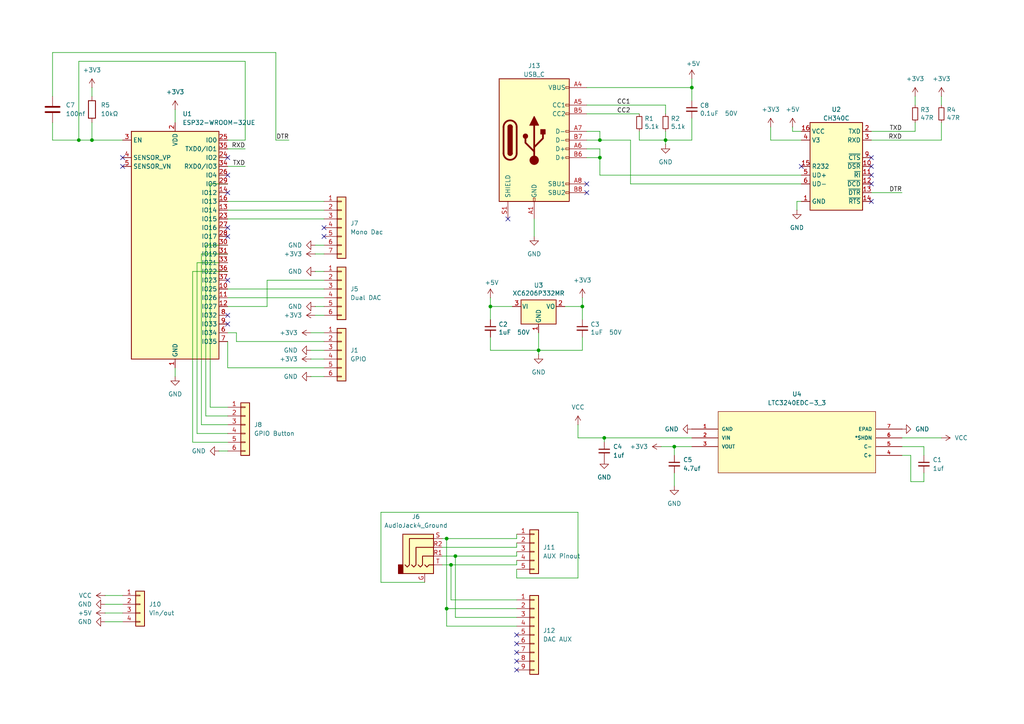
<source format=kicad_sch>
(kicad_sch (version 20250114) (generator "eeschema") (generator_version "9.0")
  (paper "A4")
  (title_block (title "CatPhones") (date "15.02.2026") (rev "3") (company ".FLX"))
  (lib_symbols
    (symbol "Connector:USB_C_Receptacle_USB2.0" (pin_names (offset 1.016))
      (property "Reference" "J" (at -10.16 19.05 0))
      (property "Value" "USB_C_Receptacle_USB2.0" (at 19.05 19.05 0))
      (symbol "USB_C_Receptacle_USB2.0_0_0"
        (rectangle (start -0.254 -17.78) (end 0.254 -16.764))
        (rectangle (start 10.16 15.494) (end 9.144 14.986))
        (rectangle (start 10.16 10.414) (end 9.144 9.906))
        (rectangle (start 10.16 7.874) (end 9.144 7.366))
        (rectangle (start 10.16 2.794) (end 9.144 2.286))
        (rectangle (start 10.16 0.254) (end 9.144 -0.254))
        (rectangle (start 10.16 -2.286) (end 9.144 -2.794))
        (rectangle (start 10.16 -4.826) (end 9.144 -5.334))
        (rectangle (start 10.16 -12.446) (end 9.144 -12.954))
        (rectangle (start 10.16 -14.986) (end 9.144 -15.494))
      )
      (symbol "USB_C_Receptacle_USB2.0_0_1"
        (rectangle (start -10.16 17.78) (end 10.16 -17.78) (stroke (width 0.254)) (fill (type background)))
        (polyline (pts (xy -8.89 -3.81) (xy -8.89 3.81)) (stroke (width 0.508)))
        (rectangle (start -7.62 -3.81) (end -6.35 3.81) (stroke (width 0.254)) (fill (type outline)))
        (arc (start -7.62 3.81) (mid -6.985 4.4422) (end -6.35 3.81) (stroke (width 0.254)))
        (arc (start -7.62 3.81) (mid -6.985 4.4422) (end -6.35 3.81) (stroke (width 0.254)) (fill (type outline)))
        (arc (start -8.89 3.81) (mid -6.985 5.7066) (end -5.08 3.81) (stroke (width 0.508)))
        (arc (start -5.08 -3.81) (mid -6.985 -5.7066) (end -8.89 -3.81) (stroke (width 0.508)))
        (arc (start -6.35 -3.81) (mid -6.985 -4.4422) (end -7.62 -3.81) (stroke (width 0.254)))
        (arc (start -6.35 -3.81) (mid -6.985 -4.4422) (end -7.62 -3.81) (stroke (width 0.254)) (fill (type outline)))
        (polyline (pts (xy -5.08 3.81) (xy -5.08 -3.81)) (stroke (width 0.508)))
        (circle (center -2.54 1.143) (radius 0.635) (stroke (width 0.254)) (fill (type outline)))
        (polyline (pts (xy -1.27 4.318) (xy 0 6.858) (xy 1.27 4.318) (xy -1.27 4.318)) (stroke (width 0.254)) (fill (type outline)))
        (polyline (pts (xy 0 -2.032) (xy 2.54 0.508) (xy 2.54 1.778)) (stroke (width 0.508)))
        (polyline (pts (xy 0 -3.302) (xy -2.54 -0.762) (xy -2.54 0.508)) (stroke (width 0.508)))
        (polyline (pts (xy 0 -5.842) (xy 0 4.318)) (stroke (width 0.508)))
        (circle (center 0 -5.842) (radius 1.27) (fill (type outline)))
        (rectangle (start 1.905 1.778) (end 3.175 3.048) (stroke (width 0.254)) (fill (type outline)))
      )
      (symbol "USB_C_Receptacle_USB2.0_1_1"
        (pin passive line (at -7.62 -22.86 90) (length 5.08) (name "SHIELD") (number "S1"))
        (pin passive line (at 0 -22.86 90) (length 5.08) (name "GND") (number "A1"))
        (pin passive line (at 0 -22.86 90) (length 5.08) (hide yes) (name "GND") (number "A12"))
        (pin passive line (at 0 -22.86 90) (length 5.08) (hide yes) (name "GND") (number "B1"))
        (pin passive line (at 0 -22.86 90) (length 5.08) (hide yes) (name "GND") (number "B12"))
        (pin passive line (at 15.24 15.24 180) (length 5.08) (name "VBUS") (number "A4"))
        (pin passive line (at 15.24 15.24 180) (length 5.08) (hide yes) (name "VBUS") (number "A9"))
        (pin passive line (at 15.24 15.24 180) (length 5.08) (hide yes) (name "VBUS") (number "B4"))
        (pin passive line (at 15.24 15.24 180) (length 5.08) (hide yes) (name "VBUS") (number "B9"))
        (pin bidirectional line (at 15.24 10.16 180) (length 5.08) (name "CC1") (number "A5"))
        (pin bidirectional line (at 15.24 7.62 180) (length 5.08) (name "CC2") (number "B5"))
        (pin bidirectional line (at 15.24 2.54 180) (length 5.08) (name "D-") (number "A7"))
        (pin bidirectional line (at 15.24 0 180) (length 5.08) (name "D-") (number "B7"))
        (pin bidirectional line (at 15.24 -2.54 180) (length 5.08) (name "D+") (number "A6"))
        (pin bidirectional line (at 15.24 -5.08 180) (length 5.08) (name "D+") (number "B6"))
        (pin bidirectional line (at 15.24 -12.7 180) (length 5.08) (name "SBU1") (number "A8"))
        (pin bidirectional line (at 15.24 -15.24 180) (length 5.08) (name "SBU2") (number "B8"))
      )
    )
    (symbol "Connector_Audio:AudioJack4_Ground"
      (property "Reference" "J" (at 0 8.89 0))
      (property "Value" "AudioJack4_Ground" (at 0 6.35 0))
      (symbol "AudioJack4_Ground_0_1"
        (rectangle (start -6.35 -7.62) (end -7.62 -5.08) (stroke (width 0.254)) (fill (type outline)))
        (polyline (pts (xy -5.715 -5.08) (xy -5.08 -5.715) (xy -4.445 -5.08) (xy -4.445 2.54) (xy 2.54 2.54)) (stroke (width 0.254)))
        (polyline (pts (xy -1.905 -5.08) (xy -1.27 -5.715) (xy -0.635 -5.08) (xy -0.635 -2.54) (xy 2.54 -2.54)) (stroke (width 0.254)))
        (polyline (pts (xy 0 -5.08) (xy 0.635 -5.715) (xy 1.27 -5.08) (xy 2.54 -5.08)) (stroke (width 0.254)))
        (rectangle (start 2.54 3.81) (end -6.35 -7.62) (stroke (width 0.254)) (fill (type background)))
        (polyline (pts (xy 2.54 0) (xy -2.54 0) (xy -2.54 -5.08) (xy -3.175 -5.715) (xy -3.81 -5.08)) (stroke (width 0.254)))
      )
      (symbol "AudioJack4_Ground_1_1"
        (pin passive line (at 0 -10.16 90) (length 2.54) (name "~") (number "G"))
        (pin passive line (at 5.08 2.54 180) (length 2.54) (name "~") (number "S"))
        (pin passive line (at 5.08 0 180) (length 2.54) (name "~") (number "R2"))
        (pin passive line (at 5.08 -2.54 180) (length 2.54) (name "~") (number "R1"))
        (pin passive line (at 5.08 -5.08 180) (length 2.54) (name "~") (number "T"))
      )
    )
    (symbol "Connector_Generic:Conn_01x04" (pin_names (offset 1.016) (hide yes))
      (property "Reference" "J" (at 0 5.08 0))
      (property "Value" "Conn_01x04" (at 0 -7.62 0))
      (symbol "Conn_01x04_1_1"
        (rectangle (start -1.27 3.81) (end 1.27 -6.35) (stroke (width 0.254)) (fill (type background)))
        (rectangle (start -1.27 2.667) (end 0 2.413) (stroke (width 0.1524)))
        (rectangle (start -1.27 0.127) (end 0 -0.127) (stroke (width 0.1524)))
        (rectangle (start -1.27 -2.413) (end 0 -2.667) (stroke (width 0.1524)))
        (rectangle (start -1.27 -4.953) (end 0 -5.207) (stroke (width 0.1524)))
        (pin passive line (at -5.08 2.54 0) (length 3.81) (name "Pin_1") (number "1"))
        (pin passive line (at -5.08 0 0) (length 3.81) (name "Pin_2") (number "2"))
        (pin passive line (at -5.08 -2.54 0) (length 3.81) (name "Pin_3") (number "3"))
        (pin passive line (at -5.08 -5.08 0) (length 3.81) (name "Pin_4") (number "4"))
      )
    )
    (symbol "Connector_Generic:Conn_01x05" (pin_names (offset 1.016) (hide yes))
      (property "Reference" "J" (at 0 7.62 0))
      (property "Value" "Conn_01x05" (at 0 -7.62 0))
      (symbol "Conn_01x05_1_1"
        (rectangle (start -1.27 6.35) (end 1.27 -6.35) (stroke (width 0.254)) (fill (type background)))
        (rectangle (start -1.27 5.207) (end 0 4.953) (stroke (width 0.1524)))
        (rectangle (start -1.27 2.667) (end 0 2.413) (stroke (width 0.1524)))
        (rectangle (start -1.27 0.127) (end 0 -0.127) (stroke (width 0.1524)))
        (rectangle (start -1.27 -2.413) (end 0 -2.667) (stroke (width 0.1524)))
        (rectangle (start -1.27 -4.953) (end 0 -5.207) (stroke (width 0.1524)))
        (pin passive line (at -5.08 5.08 0) (length 3.81) (name "Pin_1") (number "1"))
        (pin passive line (at -5.08 2.54 0) (length 3.81) (name "Pin_2") (number "2"))
        (pin passive line (at -5.08 0 0) (length 3.81) (name "Pin_3") (number "3"))
        (pin passive line (at -5.08 -2.54 0) (length 3.81) (name "Pin_4") (number "4"))
        (pin passive line (at -5.08 -5.08 0) (length 3.81) (name "Pin_5") (number "5"))
      )
    )
    (symbol "Connector_Generic:Conn_01x06" (pin_names (offset 1.016) (hide yes))
      (property "Reference" "J" (at 0 7.62 0))
      (property "Value" "Conn_01x06" (at 0 -10.16 0))
      (symbol "Conn_01x06_1_1"
        (rectangle (start -1.27 6.35) (end 1.27 -8.89) (stroke (width 0.254)) (fill (type background)))
        (rectangle (start -1.27 5.207) (end 0 4.953) (stroke (width 0.1524)))
        (rectangle (start -1.27 2.667) (end 0 2.413) (stroke (width 0.1524)))
        (rectangle (start -1.27 0.127) (end 0 -0.127) (stroke (width 0.1524)))
        (rectangle (start -1.27 -2.413) (end 0 -2.667) (stroke (width 0.1524)))
        (rectangle (start -1.27 -4.953) (end 0 -5.207) (stroke (width 0.1524)))
        (rectangle (start -1.27 -7.493) (end 0 -7.747) (stroke (width 0.1524)))
        (pin passive line (at -5.08 5.08 0) (length 3.81) (name "Pin_1") (number "1"))
        (pin passive line (at -5.08 2.54 0) (length 3.81) (name "Pin_2") (number "2"))
        (pin passive line (at -5.08 0 0) (length 3.81) (name "Pin_3") (number "3"))
        (pin passive line (at -5.08 -2.54 0) (length 3.81) (name "Pin_4") (number "4"))
        (pin passive line (at -5.08 -5.08 0) (length 3.81) (name "Pin_5") (number "5"))
        (pin passive line (at -5.08 -7.62 0) (length 3.81) (name "Pin_6") (number "6"))
      )
    )
    (symbol "Connector_Generic:Conn_01x07" (pin_names (offset 1.016) (hide yes))
      (property "Reference" "J" (at 0 10.16 0))
      (property "Value" "Conn_01x07" (at 0 -10.16 0))
      (symbol "Conn_01x07_1_1"
        (rectangle (start -1.27 8.89) (end 1.27 -8.89) (stroke (width 0.254)) (fill (type background)))
        (rectangle (start -1.27 7.747) (end 0 7.493) (stroke (width 0.1524)))
        (rectangle (start -1.27 5.207) (end 0 4.953) (stroke (width 0.1524)))
        (rectangle (start -1.27 2.667) (end 0 2.413) (stroke (width 0.1524)))
        (rectangle (start -1.27 0.127) (end 0 -0.127) (stroke (width 0.1524)))
        (rectangle (start -1.27 -2.413) (end 0 -2.667) (stroke (width 0.1524)))
        (rectangle (start -1.27 -4.953) (end 0 -5.207) (stroke (width 0.1524)))
        (rectangle (start -1.27 -7.493) (end 0 -7.747) (stroke (width 0.1524)))
        (pin passive line (at -5.08 7.62 0) (length 3.81) (name "Pin_1") (number "1"))
        (pin passive line (at -5.08 5.08 0) (length 3.81) (name "Pin_2") (number "2"))
        (pin passive line (at -5.08 2.54 0) (length 3.81) (name "Pin_3") (number "3"))
        (pin passive line (at -5.08 0 0) (length 3.81) (name "Pin_4") (number "4"))
        (pin passive line (at -5.08 -2.54 0) (length 3.81) (name "Pin_5") (number "5"))
        (pin passive line (at -5.08 -5.08 0) (length 3.81) (name "Pin_6") (number "6"))
        (pin passive line (at -5.08 -7.62 0) (length 3.81) (name "Pin_7") (number "7"))
      )
    )
    (symbol "Connector_Generic:Conn_01x09" (pin_names (offset 1.016) (hide yes))
      (property "Reference" "J" (at 0 12.7 0))
      (property "Value" "Conn_01x09" (at 0 -12.7 0))
      (symbol "Conn_01x09_1_1"
        (rectangle (start -1.27 11.43) (end 1.27 -11.43) (stroke (width 0.254)) (fill (type background)))
        (rectangle (start -1.27 10.287) (end 0 10.033) (stroke (width 0.1524)))
        (rectangle (start -1.27 7.747) (end 0 7.493) (stroke (width 0.1524)))
        (rectangle (start -1.27 5.207) (end 0 4.953) (stroke (width 0.1524)))
        (rectangle (start -1.27 2.667) (end 0 2.413) (stroke (width 0.1524)))
        (rectangle (start -1.27 0.127) (end 0 -0.127) (stroke (width 0.1524)))
        (rectangle (start -1.27 -2.413) (end 0 -2.667) (stroke (width 0.1524)))
        (rectangle (start -1.27 -4.953) (end 0 -5.207) (stroke (width 0.1524)))
        (rectangle (start -1.27 -7.493) (end 0 -7.747) (stroke (width 0.1524)))
        (rectangle (start -1.27 -10.033) (end 0 -10.287) (stroke (width 0.1524)))
        (pin passive line (at -5.08 10.16 0) (length 3.81) (name "Pin_1") (number "1"))
        (pin passive line (at -5.08 7.62 0) (length 3.81) (name "Pin_2") (number "2"))
        (pin passive line (at -5.08 5.08 0) (length 3.81) (name "Pin_3") (number "3"))
        (pin passive line (at -5.08 2.54 0) (length 3.81) (name "Pin_4") (number "4"))
        (pin passive line (at -5.08 0 0) (length 3.81) (name "Pin_5") (number "5"))
        (pin passive line (at -5.08 -2.54 0) (length 3.81) (name "Pin_6") (number "6"))
        (pin passive line (at -5.08 -5.08 0) (length 3.81) (name "Pin_7") (number "7"))
        (pin passive line (at -5.08 -7.62 0) (length 3.81) (name "Pin_8") (number "8"))
        (pin passive line (at -5.08 -10.16 0) (length 3.81) (name "Pin_9") (number "9"))
      )
    )
    (symbol "Device:C" (pin_numbers (hide yes)) (pin_names (offset 0.254))
      (property "Reference" "C" (at 0.635 2.54 0))
      (property "Value" "C" (at 0.635 -2.54 0))
      (symbol "C_0_1"
        (polyline (pts (xy -2.032 0.762) (xy 2.032 0.762)) (stroke (width 0.508)))
        (polyline (pts (xy -2.032 -0.762) (xy 2.032 -0.762)) (stroke (width 0.508)))
      )
      (symbol "C_1_1"
        (pin passive line (at 0 3.81 270) (length 2.794) (name "~") (number "1"))
        (pin passive line (at 0 -3.81 90) (length 2.794) (name "~") (number "2"))
      )
    )
    (symbol "Device:C_Small" (pin_numbers (hide yes)) (pin_names (offset 0.254) (hide yes))
      (property "Reference" "C" (at 0.254 1.778 0))
      (property "Value" "C_Small" (at 0.254 -2.032 0))
      (symbol "C_Small_0_1"
        (polyline (pts (xy -1.524 0.508) (xy 1.524 0.508)) (stroke (width 0.3048)))
        (polyline (pts (xy -1.524 -0.508) (xy 1.524 -0.508)) (stroke (width 0.3302)))
      )
      (symbol "C_Small_1_1"
        (pin passive line (at 0 2.54 270) (length 2.032) (name "~") (number "1"))
        (pin passive line (at 0 -2.54 90) (length 2.032) (name "~") (number "2"))
      )
    )
    (symbol "Device:R" (pin_numbers (hide yes)) (pin_names (offset 0))
      (property "Reference" "R" (at 2.032 0 90))
      (property "Value" "R" (at 0 0 90))
      (symbol "R_0_1"
        (rectangle (start -1.016 -2.54) (end 1.016 2.54) (stroke (width 0.254)))
      )
      (symbol "R_1_1"
        (pin passive line (at 0 3.81 270) (length 1.27) (name "~") (number "1"))
        (pin passive line (at 0 -3.81 90) (length 1.27) (name "~") (number "2"))
      )
    )
    (symbol "Device:R_Small" (pin_numbers (hide yes)) (pin_names (offset 0.254) (hide yes))
      (property "Reference" "R" (at 0.762 0.508 0))
      (property "Value" "R_Small" (at 0.762 -1.016 0))
      (symbol "R_Small_0_1"
        (rectangle (start -0.762 1.778) (end 0.762 -1.778) (stroke (width 0.2032)))
      )
      (symbol "R_Small_1_1"
        (pin passive line (at 0 2.54 270) (length 0.762) (name "~") (number "1"))
        (pin passive line (at 0 -2.54 90) (length 0.762) (name "~") (number "2"))
      )
    )
    (symbol "LTC3240:LTC3240EDC-3_3" (pin_names (offset 1.016))
      (property "Reference" "U" (at 25.7556 9.1186 0))
      (property "Value" "LTC3240EDC-3_3" (at 25.1206 6.5786 0))
      (symbol "LTC3240EDC-3_3_0_0"
        (rectangle (start 7.62 -12.7) (end 53.34 5.08) (stroke (width 0.1524)) (fill (type background)))
        (pin power_in line (at 0 0 0) (length 7.62) (name "GND") (number "1"))
        (pin input line (at 0 -2.54 0) (length 7.62) (name "VIN") (number "2"))
        (pin output line (at 0 -5.08 0) (length 7.62) (name "VOUT") (number "3"))
        (pin passive line (at 60.96 0 180) (length 7.62) (name "EPAD") (number "7"))
        (pin input line (at 60.96 -2.54 180) (length 7.62) (name "*SHDN") (number "6"))
        (pin passive line (at 60.96 -5.08 180) (length 7.62) (name "C-") (number "5"))
        (pin passive line (at 60.96 -7.62 180) (length 7.62) (name "C+") (number "4"))
      )
    )
    (symbol "RF_Module:ESP32-WROOM-32UE"
      (property "Reference" "U" (at -12.7 34.29 0))
      (property "Value" "ESP32-WROOM-32UE" (at 1.27 34.29 0))
      (symbol "ESP32-WROOM-32UE_0_1"
        (rectangle (start -12.7 33.02) (end 12.7 -33.02) (stroke (width 0.254)) (fill (type background)))
      )
      (symbol "ESP32-WROOM-32UE_1_1"
        (pin input line (at -15.24 30.48 0) (length 2.54) (name "EN") (number "3"))
        (pin input line (at -15.24 25.4 0) (length 2.54) (name "SENSOR_VP") (number "4"))
        (pin input line (at -15.24 22.86 0) (length 2.54) (name "SENSOR_VN") (number "5"))
        (pin no_connect line (at -12.7 0 0) (length 2.54) (hide yes) (name "NC") (number "21"))
        (pin no_connect line (at -12.7 -2.54 0) (length 2.54) (hide yes) (name "NC") (number "22"))
        (pin no_connect line (at -12.7 -5.08 0) (length 2.54) (hide yes) (name "NC") (number "17"))
        (pin no_connect line (at -12.7 -7.62 0) (length 2.54) (hide yes) (name "NC") (number "18"))
        (pin no_connect line (at -12.7 -10.16 0) (length 2.54) (hide yes) (name "NC") (number "20"))
        (pin no_connect line (at -12.7 -12.7 0) (length 2.54) (hide yes) (name "NC") (number "19"))
        (pin no_connect line (at -12.7 -27.94 0) (length 2.54) (hide yes) (name "NC") (number "32"))
        (pin power_in line (at 0 35.56 270) (length 2.54) (name "VDD") (number "2"))
        (pin power_in line (at 0 -35.56 90) (length 2.54) (name "GND") (number "1"))
        (pin passive line (at 0 -35.56 90) (length 2.54) (hide yes) (name "GND") (number "15"))
        (pin passive line (at 0 -35.56 90) (length 2.54) (hide yes) (name "GND") (number "38"))
        (pin passive line (at 0 -35.56 90) (length 2.54) (hide yes) (name "GND") (number "39"))
        (pin bidirectional line (at 15.24 30.48 180) (length 2.54) (name "IO0") (number "25"))
        (pin bidirectional line (at 15.24 27.94 180) (length 2.54) (name "TXD0/IO1") (number "35"))
        (pin bidirectional line (at 15.24 25.4 180) (length 2.54) (name "IO2") (number "24"))
        (pin bidirectional line (at 15.24 22.86 180) (length 2.54) (name "RXD0/IO3") (number "34"))
        (pin bidirectional line (at 15.24 20.32 180) (length 2.54) (name "IO4") (number "26"))
        (pin bidirectional line (at 15.24 17.78 180) (length 2.54) (name "IO5") (number "29"))
        (pin bidirectional line (at 15.24 15.24 180) (length 2.54) (name "IO12") (number "14"))
        (pin bidirectional line (at 15.24 12.7 180) (length 2.54) (name "IO13") (number "16"))
        (pin bidirectional line (at 15.24 10.16 180) (length 2.54) (name "IO14") (number "13"))
        (pin bidirectional line (at 15.24 7.62 180) (length 2.54) (name "IO15") (number "23"))
        (pin bidirectional line (at 15.24 5.08 180) (length 2.54) (name "IO16") (number "27"))
        (pin bidirectional line (at 15.24 2.54 180) (length 2.54) (name "IO17") (number "28"))
        (pin bidirectional line (at 15.24 0 180) (length 2.54) (name "IO18") (number "30"))
        (pin bidirectional line (at 15.24 -2.54 180) (length 2.54) (name "IO19") (number "31"))
        (pin bidirectional line (at 15.24 -5.08 180) (length 2.54) (name "IO21") (number "33"))
        (pin bidirectional line (at 15.24 -7.62 180) (length 2.54) (name "IO22") (number "36"))
        (pin bidirectional line (at 15.24 -10.16 180) (length 2.54) (name "IO23") (number "37"))
        (pin bidirectional line (at 15.24 -12.7 180) (length 2.54) (name "IO25") (number "10"))
        (pin bidirectional line (at 15.24 -15.24 180) (length 2.54) (name "IO26") (number "11"))
        (pin bidirectional line (at 15.24 -17.78 180) (length 2.54) (name "IO27") (number "12"))
        (pin bidirectional line (at 15.24 -20.32 180) (length 2.54) (name "IO32") (number "8"))
        (pin bidirectional line (at 15.24 -22.86 180) (length 2.54) (name "IO33") (number "9"))
        (pin input line (at 15.24 -25.4 180) (length 2.54) (name "IO34") (number "6"))
        (pin input line (at 15.24 -27.94 180) (length 2.54) (name "IO35") (number "7"))
      )
    )
    (symbol "Regulator_Linear:XC6206PxxxMR" (pin_names (offset 0.254))
      (property "Reference" "U" (at -3.81 3.175 0))
      (property "Value" "XC6206PxxxMR" (at 0 3.175 0))
      (symbol "XC6206PxxxMR_0_1"
        (rectangle (start -5.08 1.905) (end 5.08 -5.08) (stroke (width 0.254)) (fill (type background)))
      )
      (symbol "XC6206PxxxMR_1_1"
        (pin power_in line (at -7.62 0 0) (length 2.54) (name "VI") (number "3"))
        (pin power_in line (at 0 -7.62 90) (length 2.54) (name "GND") (number "1"))
        (pin power_out line (at 7.62 0 180) (length 2.54) (name "VO") (number "2"))
      )
    )
    (symbol "USBCereal:CH340C"
      (property "Reference" "U" (at -5.08 13.97 0))
      (property "Value" "CH340C" (at 1.27 13.97 0))
      (symbol "CH340C_0_1"
        (rectangle (start -7.62 12.7) (end 7.62 -12.7) (stroke (width 0.254)) (fill (type background)))
      )
      (symbol "CH340C_1_1"
        (pin power_in line (at -10.16 10.16 0) (length 2.54) (name "VCC") (number "16"))
        (pin passive line (at -10.16 7.62 0) (length 2.54) (name "V3") (number "4"))
        (pin no_connect line (at -10.16 5.08 0) (length 2.54) (hide yes) (name "NC") (number "8"))
        (pin no_connect line (at -10.16 2.54 0) (length 2.54) (hide yes) (name "NC") (number "7"))
        (pin input line (at -10.16 0 0) (length 2.54) (name "R232") (number "15"))
        (pin bidirectional line (at -10.16 -2.54 0) (length 2.54) (name "UD+") (number "5"))
        (pin bidirectional line (at -10.16 -5.08 0) (length 2.54) (name "UD-") (number "6"))
        (pin power_in line (at -10.16 -10.16 0) (length 2.54) (name "GND") (number "1"))
        (pin output line (at 10.16 10.16 180) (length 2.54) (name "TXD") (number "2"))
        (pin input line (at 10.16 7.62 180) (length 2.54) (name "RXD") (number "3"))
        (pin input line (at 10.16 2.54 180) (length 2.54) (name "~{CTS}") (number "9"))
        (pin input line (at 10.16 0 180) (length 2.54) (name "~{DSR}") (number "10"))
        (pin input line (at 10.16 -2.54 180) (length 2.54) (name "~{RI}") (number "11"))
        (pin input line (at 10.16 -5.08 180) (length 2.54) (name "~{DCD}") (number "12"))
        (pin output line (at 10.16 -7.62 180) (length 2.54) (name "~{DTR}") (number "13"))
        (pin output line (at 10.16 -10.16 180) (length 2.54) (name "~{RTS}") (number "14"))
      )
    )
    (symbol "power:+3V3" (power) (pin_numbers (hide yes)) (pin_names (offset 0) (hide yes))
      (property "Value" "+3V3" (at 0 3.556 0))
      (symbol "+3V3_0_1"
        (polyline (pts (xy -0.762 1.27) (xy 0 2.54)))
        (polyline (pts (xy 0 2.54) (xy 0.762 1.27)))
        (polyline (pts (xy 0 0) (xy 0 2.54)))
      )
      (symbol "+3V3_1_1"
        (pin power_in line (at 0 0 90) (length 0) (name "~") (number "1"))
      )
    )
    (symbol "power:+5V" (power) (pin_numbers (hide yes)) (pin_names (offset 0) (hide yes))
      (property "Value" "+5V" (at 0 3.556 0))
      (symbol "+5V_0_1"
        (polyline (pts (xy -0.762 1.27) (xy 0 2.54)))
        (polyline (pts (xy 0 2.54) (xy 0.762 1.27)))
        (polyline (pts (xy 0 0) (xy 0 2.54)))
      )
      (symbol "+5V_1_1"
        (pin power_in line (at 0 0 90) (length 0) (name "~") (number "1"))
      )
    )
    (symbol "power:GND" (power) (pin_numbers (hide yes)) (pin_names (offset 0) (hide yes))
      (property "Value" "GND" (at 0 -3.81 0))
      (symbol "GND_0_1"
        (polyline (pts (xy 0 0) (xy 0 -1.27) (xy 1.27 -1.27) (xy 0 -2.54) (xy -1.27 -1.27) (xy 0 -1.27)))
      )
      (symbol "GND_1_1"
        (pin power_in line (at 0 0 270) (length 0) (name "~") (number "1"))
      )
    )
    (symbol "power:VCC" (power) (pin_numbers (hide yes)) (pin_names (offset 0) (hide yes))
      (property "Value" "VCC" (at 0 3.556 0))
      (symbol "VCC_0_1"
        (polyline (pts (xy -0.762 1.27) (xy 0 2.54)))
        (polyline (pts (xy 0 2.54) (xy 0.762 1.27)))
        (polyline (pts (xy 0 0) (xy 0 2.54)))
      )
      (symbol "VCC_1_1"
        (pin power_in line (at 0 0 90) (length 0) (name "~") (number "1"))
      )
    )
  )
  (junction (at 130.81 163.83))
  (junction (at 26.67 40.64))
  (junction (at 195.58 129.54))
  (junction (at 173.99 45.72))
  (junction (at 200.66 25.4))
  (junction (at 193.04 40.64))
  (junction (at 22.86 40.64))
  (junction (at 132.08 161.29))
  (junction (at 156.21 101.6))
  (junction (at 168.91 88.9))
  (junction (at 129.54 156.21))
  (junction (at 142.24 88.9))
  (junction (at 129.54 176.53))
  (junction (at 175.26 127))
  (junction (at 173.99 40.64))
  (no_connect (at 66.04 93.98))
  (no_connect (at 252.73 53.34))
  (no_connect (at 66.04 55.88))
  (no_connect (at 93.98 66.04))
  (no_connect (at 170.18 53.34))
  (no_connect (at 149.86 189.23))
  (no_connect (at 232.41 48.26))
  (no_connect (at 252.73 45.72))
  (no_connect (at 66.04 91.44))
  (no_connect (at 35.56 45.72))
  (no_connect (at 66.04 68.58))
  (no_connect (at 252.73 48.26))
  (no_connect (at 149.86 194.31))
  (no_connect (at 93.98 68.58))
  (no_connect (at 66.04 45.72))
  (no_connect (at 147.32 63.5))
  (no_connect (at 149.86 186.69))
  (no_connect (at 252.73 50.8))
  (no_connect (at 149.86 191.77))
  (no_connect (at 66.04 50.8))
  (no_connect (at 149.86 184.15))
  (no_connect (at 252.73 58.42))
  (no_connect (at 66.04 66.04))
  (no_connect (at 35.56 48.26))
  (no_connect (at 170.18 55.88))
  (no_connect (at 66.04 81.28))
  (wire (pts (xy 170.18 43.18) (xy 173.99 43.18)))
  (wire (pts (xy 149.86 167.64) (xy 167.64 167.64)))
  (wire (pts (xy 261.62 127) (xy 273.05 127)))
  (wire (pts (xy 167.64 167.64) (xy 167.64 148.59)))
  (wire (pts (xy 132.08 161.29) (xy 149.86 161.29)))
  (wire (pts (xy 149.86 156.21) (xy 149.86 154.94)))
  (wire (pts (xy 93.98 99.06) (xy 68.58 99.06)))
  (wire (pts (xy 163.83 88.9) (xy 168.91 88.9)))
  (wire (pts (xy 66.04 128.27) (xy 55.88 128.27)))
  (wire (pts (xy 66.04 83.82) (xy 93.98 83.82)))
  (wire (pts (xy 66.04 86.36) (xy 93.98 86.36)))
  (wire (pts (xy 267.97 129.54) (xy 267.97 132.08)))
  (wire (pts (xy 50.8 106.68) (xy 50.8 109.22)))
  (wire (pts (xy 129.54 176.53) (xy 149.86 176.53)))
  (wire (pts (xy 149.86 179.07) (xy 132.08 179.07)))
  (wire (pts (xy 110.49 148.59) (xy 110.49 168.91)))
  (wire (pts (xy 80.01 40.64) (xy 83.82 40.64)))
  (wire (pts (xy 90.17 96.52) (xy 93.98 96.52)))
  (wire (pts (xy 193.04 40.64) (xy 193.04 38.1)))
  (wire (pts (xy 77.47 81.28) (xy 77.47 88.9)))
  (wire (pts (xy 229.87 38.1) (xy 232.41 38.1)))
  (wire (pts (xy 267.97 139.7) (xy 264.16 139.7)))
  (wire (pts (xy 142.24 88.9) (xy 148.59 88.9)))
  (wire (pts (xy 170.18 25.4) (xy 200.66 25.4)))
  (wire (pts (xy 59.69 71.12) (xy 59.69 120.65)))
  (wire (pts (xy 129.54 156.21) (xy 129.54 176.53)))
  (wire (pts (xy 59.69 120.65) (xy 66.04 120.65)))
  (wire (pts (xy 142.24 97.79) (xy 142.24 101.6)))
  (wire (pts (xy 30.48 177.8) (xy 35.56 177.8)))
  (wire (pts (xy 110.49 168.91) (xy 123.19 168.91)))
  (wire (pts (xy 130.81 163.83) (xy 149.86 163.83)))
  (wire (pts (xy 149.86 163.83) (xy 149.86 162.56)))
  (wire (pts (xy 26.67 25.4) (xy 26.67 27.94)))
  (wire (pts (xy 30.48 175.26) (xy 35.56 175.26)))
  (wire (pts (xy 170.18 33.02) (xy 185.42 33.02)))
  (wire (pts (xy 193.04 30.48) (xy 170.18 30.48)))
  (wire (pts (xy 273.05 35.56) (xy 273.05 40.64)))
  (wire (pts (xy 22.86 17.78) (xy 71.12 17.78)))
  (wire (pts (xy 267.97 137.16) (xy 267.97 139.7)))
  (wire (pts (xy 231.14 60.96) (xy 231.14 58.42)))
  (wire (pts (xy 71.12 40.64) (xy 71.12 17.78)))
  (wire (pts (xy 66.04 88.9) (xy 77.47 88.9)))
  (wire (pts (xy 66.04 76.2) (xy 57.15 76.2)))
  (wire (pts (xy 22.86 40.64) (xy 26.67 40.64)))
  (wire (pts (xy 57.15 125.73) (xy 66.04 125.73)))
  (wire (pts (xy 128.27 156.21) (xy 129.54 156.21)))
  (wire (pts (xy 232.41 40.64) (xy 223.52 40.64)))
  (wire (pts (xy 66.04 53.34) (xy 60.96 53.34)))
  (wire (pts (xy 149.86 167.64) (xy 149.86 165.1)))
  (wire (pts (xy 66.04 43.18) (xy 71.12 43.18)))
  (wire (pts (xy 128.27 161.29) (xy 132.08 161.29)))
  (wire (pts (xy 132.08 161.29) (xy 132.08 179.07)))
  (wire (pts (xy 193.04 40.64) (xy 185.42 40.64)))
  (wire (pts (xy 191.77 129.54) (xy 195.58 129.54)))
  (wire (pts (xy 185.42 38.1) (xy 185.42 40.64)))
  (wire (pts (xy 168.91 101.6) (xy 168.91 97.79)))
  (wire (pts (xy 149.86 173.99) (xy 130.81 173.99)))
  (wire (pts (xy 173.99 50.8) (xy 232.41 50.8)))
  (wire (pts (xy 58.42 123.19) (xy 58.42 73.66)))
  (wire (pts (xy 142.24 88.9) (xy 142.24 92.71)))
  (wire (pts (xy 26.67 40.64) (xy 35.56 40.64)))
  (wire (pts (xy 252.73 40.64) (xy 273.05 40.64)))
  (wire (pts (xy 15.24 35.56) (xy 15.24 40.64)))
  (wire (pts (xy 200.66 40.64) (xy 193.04 40.64)))
  (wire (pts (xy 142.24 86.36) (xy 142.24 88.9)))
  (wire (pts (xy 66.04 58.42) (xy 93.98 58.42)))
  (wire (pts (xy 93.98 81.28) (xy 77.47 81.28)))
  (wire (pts (xy 66.04 106.68) (xy 66.04 99.06)))
  (wire (pts (xy 229.87 36.83) (xy 229.87 38.1)))
  (wire (pts (xy 154.94 63.5) (xy 154.94 68.58)))
  (wire (pts (xy 60.96 53.34) (xy 60.96 118.11)))
  (wire (pts (xy 167.64 123.19) (xy 167.64 127)))
  (wire (pts (xy 130.81 173.99) (xy 130.81 163.83)))
  (wire (pts (xy 175.26 127) (xy 175.26 128.27)))
  (wire (pts (xy 90.17 109.22) (xy 93.98 109.22)))
  (wire (pts (xy 55.88 128.27) (xy 55.88 78.74)))
  (wire (pts (xy 195.58 129.54) (xy 200.66 129.54)))
  (wire (pts (xy 30.48 172.72) (xy 35.56 172.72)))
  (wire (pts (xy 193.04 40.64) (xy 193.04 41.91)))
  (wire (pts (xy 66.04 123.19) (xy 58.42 123.19)))
  (wire (pts (xy 252.73 38.1) (xy 265.43 38.1)))
  (wire (pts (xy 156.21 101.6) (xy 168.91 101.6)))
  (wire (pts (xy 80.01 40.64) (xy 80.01 15.24)))
  (wire (pts (xy 66.04 40.64) (xy 71.12 40.64)))
  (wire (pts (xy 173.99 43.18) (xy 173.99 45.72)))
  (wire (pts (xy 182.88 40.64) (xy 182.88 53.34)))
  (wire (pts (xy 22.86 40.64) (xy 22.86 17.78)))
  (wire (pts (xy 156.21 96.52) (xy 156.21 101.6)))
  (wire (pts (xy 265.43 35.56) (xy 265.43 38.1)))
  (wire (pts (xy 91.44 78.74) (xy 93.98 78.74)))
  (wire (pts (xy 15.24 15.24) (xy 80.01 15.24)))
  (wire (pts (xy 261.62 129.54) (xy 267.97 129.54)))
  (wire (pts (xy 173.99 38.1) (xy 173.99 40.64)))
  (wire (pts (xy 50.8 31.75) (xy 50.8 35.56)))
  (wire (pts (xy 193.04 30.48) (xy 193.04 33.02)))
  (wire (pts (xy 68.58 99.06) (xy 68.58 96.52)))
  (wire (pts (xy 168.91 88.9) (xy 168.91 92.71)))
  (wire (pts (xy 156.21 101.6) (xy 156.21 102.87)))
  (wire (pts (xy 167.64 148.59) (xy 110.49 148.59)))
  (wire (pts (xy 264.16 132.08) (xy 261.62 132.08)))
  (wire (pts (xy 26.67 40.64) (xy 26.67 35.56)))
  (wire (pts (xy 149.86 158.75) (xy 149.86 157.48)))
  (wire (pts (xy 60.96 118.11) (xy 66.04 118.11)))
  (wire (pts (xy 200.66 34.29) (xy 200.66 40.64)))
  (wire (pts (xy 30.48 180.34) (xy 35.56 180.34)))
  (wire (pts (xy 66.04 60.96) (xy 93.98 60.96)))
  (wire (pts (xy 175.26 127) (xy 200.66 127)))
  (wire (pts (xy 265.43 27.94) (xy 265.43 30.48)))
  (wire (pts (xy 195.58 129.54) (xy 195.58 132.08)))
  (wire (pts (xy 168.91 86.36) (xy 168.91 88.9)))
  (wire (pts (xy 195.58 137.16) (xy 195.58 140.97)))
  (wire (pts (xy 91.44 71.12) (xy 93.98 71.12)))
  (wire (pts (xy 173.99 40.64) (xy 170.18 40.64)))
  (wire (pts (xy 252.73 55.88) (xy 261.62 55.88)))
  (wire (pts (xy 58.42 73.66) (xy 66.04 73.66)))
  (wire (pts (xy 93.98 106.68) (xy 66.04 106.68)))
  (wire (pts (xy 91.44 91.44) (xy 93.98 91.44)))
  (wire (pts (xy 182.88 53.34) (xy 232.41 53.34)))
  (wire (pts (xy 149.86 161.29) (xy 149.86 160.02)))
  (wire (pts (xy 71.12 48.26) (xy 66.04 48.26)))
  (wire (pts (xy 200.66 22.86) (xy 200.66 25.4)))
  (wire (pts (xy 63.5 130.81) (xy 66.04 130.81)))
  (wire (pts (xy 167.64 127) (xy 175.26 127)))
  (wire (pts (xy 231.14 58.42) (xy 232.41 58.42)))
  (wire (pts (xy 90.17 104.14) (xy 93.98 104.14)))
  (wire (pts (xy 273.05 27.94) (xy 273.05 30.48)))
  (wire (pts (xy 173.99 45.72) (xy 170.18 45.72)))
  (wire (pts (xy 57.15 76.2) (xy 57.15 125.73)))
  (wire (pts (xy 66.04 71.12) (xy 59.69 71.12)))
  (wire (pts (xy 200.66 25.4) (xy 200.66 29.21)))
  (wire (pts (xy 66.04 63.5) (xy 93.98 63.5)))
  (wire (pts (xy 68.58 96.52) (xy 66.04 96.52)))
  (wire (pts (xy 90.17 101.6) (xy 93.98 101.6)))
  (wire (pts (xy 173.99 40.64) (xy 182.88 40.64)))
  (wire (pts (xy 129.54 181.61) (xy 149.86 181.61)))
  (wire (pts (xy 223.52 36.83) (xy 223.52 40.64)))
  (wire (pts (xy 91.44 88.9) (xy 93.98 88.9)))
  (wire (pts (xy 15.24 27.94) (xy 15.24 15.24)))
  (wire (pts (xy 173.99 50.8) (xy 173.99 45.72)))
  (wire (pts (xy 129.54 156.21) (xy 149.86 156.21)))
  (wire (pts (xy 91.44 73.66) (xy 93.98 73.66)))
  (wire (pts (xy 128.27 163.83) (xy 130.81 163.83)))
  (wire (pts (xy 55.88 78.74) (xy 66.04 78.74)))
  (wire (pts (xy 142.24 101.6) (xy 156.21 101.6)))
  (wire (pts (xy 128.27 158.75) (xy 149.86 158.75)))
  (wire (pts (xy 15.24 40.64) (xy 22.86 40.64)))
  (wire (pts (xy 170.18 38.1) (xy 173.99 38.1)))
  (wire (pts (xy 264.16 139.7) (xy 264.16 132.08)))
  (wire (pts (xy 129.54 176.53) (xy 129.54 181.61)))
  (label "DTR" (at 261.62 55.88 180))
  (label "DTR" (at 83.82 40.64 180))
  (label "CC2" (at 182.88 33.02 180))
  (label "CC1" (at 182.88 30.48 180))
  (label "RXD" (at 71.12 43.18 180))
  (label "TXD" (at 261.62 38.1 180))
  (label "RXD" (at 261.62 40.64 180))
  (label "TXD" (at 71.12 48.26 180))
  (symbol (lib_id "USBCereal:CH340C") (at 242.57 48.26 0) (unit 1)
    (property "Reference" "U2" (at 242.57 31.75 0))
    (property "Value" "CH340C" (at 242.57 34.29 0))
    (property "Footprint" "Package_SO:SOIC-16_3.9x9.9mm_P1.27mm" (effects (hide yes)))
    (property "Datasheet" "https://datasheet.lcsc.com/szlcsc/Jiangsu-Qin-Heng-CH340C_C84681.pdf" (effects (hide yes)))
    (property "LCSC" "C84681" (effects (hide yes)))
  )
  (symbol (lib_id "Device:C_Small") (at 168.91 95.25 0) (unit 1)
    (property "Reference" "C3" (at 171.2468 94.0816 0) (effects (justify left)))
    (property "Value" "1uF  50V" (at 171.2468 96.393 0) (effects (justify left)))
    (property "Footprint" "Capacitor_SMD:C_0603_1608Metric_Pad1.08x0.95mm_HandSolder" (effects (hide yes)))
    (property "Part Number" "CL10A105KB8NNNC" (effects (hide yes)))
    (property "LCSC" "CL10A105KB8NNNC" (effects (hide yes)))
  )
  (symbol (lib_id "Device:R_Small") (at 193.04 35.56 0) (unit 1)
    (property "Reference" "R2" (at 194.5386 34.3916 0) (effects (justify left)))
    (property "Value" "5.1k" (at 194.5386 36.703 0) (effects (justify left)))
    (property "Footprint" "Resistor_THT:R_Axial_DIN0207_L6.3mm_D2.5mm_P7.62mm_Horizontal" (effects (hide yes)))
    (property "Part Number" "0603WAF5101T5E" (effects (hide yes)))
    (property "LCSC" "0603WAF5101T5E" (effects (hide yes)))
  )
  (symbol (lib_id "Device:R_Small") (at 265.43 33.02 0) (unit 1)
    (property "Reference" "R3" (at 266.9286 31.8516 0) (effects (justify left)))
    (property "Value" "47R" (at 266.9286 34.163 0) (effects (justify left)))
    (property "Footprint" "Resistor_THT:R_Axial_DIN0207_L6.3mm_D2.5mm_P10.16mm_Horizontal" (effects (hide yes)))
    (property "Part Number" "0603WAF470JT5E" (effects (hide yes)))
    (property "LCSC" "0603WAF470JT5E" (effects (hide yes)))
  )
  (symbol (lib_id "Device:R_Small") (at 273.05 33.02 0) (unit 1)
    (property "Reference" "R4" (at 274.5486 31.8516 0) (effects (justify left)))
    (property "Value" "47R" (at 274.5486 34.163 0) (effects (justify left)))
    (property "Footprint" "Resistor_THT:R_Axial_DIN0207_L6.3mm_D2.5mm_P10.16mm_Horizontal" (effects (hide yes)))
    (property "Part Number" "0603WAF470JT5E" (effects (hide yes)))
    (property "LCSC" "0603WAF470JT5E" (effects (hide yes)))
  )
  (symbol (lib_id "Device:C_Small") (at 267.97 134.62 0) (unit 1)
    (property "Reference" "C1" (at 270.51 133.3562 0) (effects (justify left)))
    (property "Value" "1uf" (at 270.51 135.8962 0) (effects (justify left)))
    (property "Footprint" "Capacitor_SMD:C_0603_1608Metric" (effects (hide yes)))
  )
  (symbol (lib_id "power:GND") (at 50.8 109.22 0) (unit 1)
    (property "Reference" "#PWR02" (effects (hide yes)))
    (property "Value" "GND" (at 50.8 114.3 0))
    (property "Description" "Power symbol creates a global label with name \"GND\" , ground" (effects (hide yes)))
  )
  (symbol (lib_id "power:GND") (at 30.48 175.26 270) (unit 1)
    (property "Reference" "#PWR03" (effects (hide yes)))
    (property "Value" "GND" (at 26.67 175.2599 90) (effects (justify right)))
    (property "Description" "Power symbol creates a global label with name \"GND\" , ground" (effects (hide yes)))
  )
  (symbol (lib_id "Connector_Audio:AudioJack4_Ground") (at 123.19 158.75 0) (unit 1)
    (property "Reference" "J6" (at 120.65 149.86 0))
    (property "Value" "AudioJack4_Ground" (at 120.65 152.4 0))
    (property "Footprint" "Connector_Audio:Jack_3.5mm_PJ311_Horizontal" (effects (hide yes)))
    (property "Description" "Audio Jack, 4 Poles (TRRS), Grounded Sleeve" (effects (hide yes)))
  )
  (symbol (lib_id "power:+3V3") (at 91.44 73.66 90) (unit 1)
    (property "Reference" "#PWR014" (effects (hide yes)))
    (property "Value" "+3V3" (at 87.63 73.6599 90) (effects (justify left)))
    (property "Description" "Power symbol creates a global label with name \"+3V3\"" (effects (hide yes)))
  )
  (symbol (lib_id "power:+3V3") (at 91.44 91.44 90) (unit 1)
    (property "Reference" "#PWR09" (effects (hide yes)))
    (property "Value" "+3V3" (at 87.63 91.4399 90) (effects (justify left)))
    (property "Description" "Power symbol creates a global label with name \"+3V3\"" (effects (hide yes)))
  )
  (symbol (lib_id "RF_Module:ESP32-WROOM-32UE") (at 50.8 71.12 0) (unit 1)
    (property "Reference" "U1" (at 52.9433 33.02 0) (effects (justify left)))
    (property "Value" "ESP32-WROOM-32UE" (at 52.9433 35.56 0) (effects (justify left)))
    (property "Footprint" "RF_Module:ESP32-WROOM-32UE" (effects (hide yes)))
    (property "Datasheet" "https://www.espressif.com/sites/default/files/documentation/esp32-wroom-32e_esp32-wroom-32ue_datasheet_en.pdf" (effects (hide yes)))
    (property "Description" "RF Module, ESP32-D0WD-V3 SoC, without PSRAM, Wi-Fi 802.11b/g/n, Bluetooth, BLE, 32-bit, 2.7-3.6V, external antenna, SMD" (effects (hide yes)))
  )
  (symbol (lib_id "power:+5V") (at 200.66 22.86 0) (unit 1)
    (property "Reference" "#PWR027" (effects (hide yes)))
    (property "Value" "+5V" (at 201.041 18.4658 0))
  )
  (symbol (lib_id "power:GND") (at 200.66 124.46 270) (unit 1)
    (property "Reference" "#PWR035" (effects (hide yes)))
    (property "Value" "GND" (at 196.85 124.46 90) (effects (justify right)))
  )
  (symbol (lib_id "Device:C_Small") (at 200.66 31.75 0) (unit 1)
    (property "Reference" "C8" (at 202.9968 30.5816 0) (effects (justify left)))
    (property "Value" "0.1uF  50V" (at 202.9968 32.893 0) (effects (justify left)))
    (property "Footprint" "Capacitor_THT:C_Disc_D4.3mm_W1.9mm_P5.00mm" (effects (hide yes)))
    (property "Part Number" "CC0603KRX7R9BB104" (effects (hide yes)))
    (property "LCSC" "CL10A105KB8NNNC" (effects (hide yes)))
  )
  (symbol (lib_id "Device:R") (at 26.67 31.75 0) (unit 1)
    (property "Reference" "R5" (at 29.21 30.4799 0) (effects (justify left)))
    (property "Value" "10kΩ" (at 29.21 33.0199 0) (effects (justify left)))
    (property "Footprint" "Resistor_THT:R_Axial_DIN0207_L6.3mm_D2.5mm_P10.16mm_Horizontal" (effects (hide yes)))
    (property "Description" "Resistor" (effects (hide yes)))
  )
  (symbol (lib_id "Connector:USB_C_Receptacle_USB2.0") (at 154.94 40.64 0) (unit 1)
    (property "Reference" "J13" (at 154.94 19.05 0))
    (property "Value" "USB_C" (at 154.94 21.59 0))
    (property "Footprint" "Connector_USB:USB_C_Receptacle_HRO_TYPE-C-31-M-12" (effects (hide yes)))
    (property "Datasheet" "https://www.usb.org/sites/default/files/documents/usb_type-c.zip" (effects (hide yes)))
    (property "Part Number" "2137160001" (effects (hide yes)))
    (property "LCSC" "C165948" (effects (hide yes)))
  )
  (symbol (lib_id "power:GND") (at 91.44 88.9 270) (unit 1)
    (property "Reference" "#PWR010" (effects (hide yes)))
    (property "Value" "GND" (at 87.63 88.8999 90) (effects (justify right)))
    (property "Description" "Power symbol creates a global label with name \"GND\" , ground" (effects (hide yes)))
  )
  (symbol (lib_id "Connector_Generic:Conn_01x06") (at 71.12 123.19 0) (unit 1)
    (property "Reference" "J8" (at 73.66 123.1899 0) (effects (justify left)))
    (property "Value" "GPIO Button" (at 73.66 125.7299 0) (effects (justify left)))
    (property "Footprint" "Connector_PinHeader_2.54mm:PinHeader_1x06_P2.54mm_Vertical" (effects (hide yes)))
    (property "Description" "Generic connector, single row, 01x06, script generated (kicad-library-utils/schlib/autogen/connector/)" (effects (hide yes)))
  )
  (symbol (lib_id "power:+5V") (at 142.24 86.36 0) (unit 1)
    (property "Reference" "#PWR028" (effects (hide yes)))
    (property "Value" "+5V" (at 142.621 81.9658 0))
  )
  (symbol (lib_id "Regulator_Linear:XC6206PxxxMR") (at 156.21 88.9 0) (unit 1)
    (property "Reference" "U3" (at 156.21 82.7532 0))
    (property "Value" "XC6206P332MR" (at 156.21 85.0646 0))
    (property "Footprint" "Package_TO_SOT_SMD:SOT-23" (effects (hide yes)))
    (property "Datasheet" "https://www.torexsemi.com/file/xc6206/XC6206.pdf" (effects (hide yes)))
    (property "LCSC" "C5446" (effects (hide yes)))
  )
  (symbol (lib_id "power:VCC") (at 30.48 172.72 90) (unit 1)
    (property "Reference" "#PWR07" (effects (hide yes)))
    (property "Value" "VCC" (at 26.67 172.7199 90) (effects (justify left)))
    (property "Description" "Power symbol creates a global label with name \"VCC\"" (effects (hide yes)))
  )
  (symbol (lib_id "power:GND") (at 90.17 109.22 270) (unit 1)
    (property "Reference" "#PWR020" (effects (hide yes)))
    (property "Value" "GND" (at 86.36 109.2199 90) (effects (justify right)))
    (property "Description" "Power symbol creates a global label with name \"GND\" , ground" (effects (hide yes)))
  )
  (symbol (lib_id "Device:R_Small") (at 185.42 35.56 0) (unit 1)
    (property "Reference" "R1" (at 186.9186 34.3916 0) (effects (justify left)))
    (property "Value" "5.1k" (at 186.9186 36.703 0) (effects (justify left)))
    (property "Footprint" "Resistor_THT:R_Axial_DIN0207_L6.3mm_D2.5mm_P10.16mm_Horizontal" (effects (hide yes)))
    (property "Part Number" "0603WAF5101T5E" (effects (hide yes)))
    (property "LCSC" "0603WAF5101T5E" (effects (hide yes)))
  )
  (symbol (lib_id "Connector_Generic:Conn_01x05") (at 154.94 160.02 0) (unit 1)
    (property "Reference" "J11" (at 157.48 158.7499 0) (effects (justify left)))
    (property "Value" "AUX Pinout" (at 157.48 161.2899 0) (effects (justify left)))
    (property "Footprint" "Connector_PinHeader_2.54mm:PinHeader_1x05_P2.54mm_Vertical" (effects (hide yes)))
    (property "Description" "Generic connector, single row, 01x05, script generated (kicad-library-utils/schlib/autogen/connector/)" (effects (hide yes)))
  )
  (symbol (lib_id "power:+3V3") (at 168.91 86.36 0) (unit 1)
    (property "Reference" "#PWR012" (effects (hide yes)))
    (property "Value" "+3V3" (at 168.91 81.28 0))
    (property "Description" "Power symbol creates a global label with name \"+3V3\"" (effects (hide yes)))
  )
  (symbol (lib_id "Device:C_Small") (at 175.26 130.81 0) (unit 1)
    (property "Reference" "C4" (at 177.8 129.5462 0) (effects (justify left)))
    (property "Value" "1uf" (at 177.8 132.0862 0) (effects (justify left)))
    (property "Footprint" "Capacitor_SMD:C_0603_1608Metric" (effects (hide yes)))
  )
  (symbol (lib_id "LTC3240:LTC3240EDC-3_3") (at 200.66 124.46 0) (unit 1)
    (property "Reference" "U4" (at 231.14 114.3 0))
    (property "Value" "LTC3240EDC-3_3" (at 231.14 116.84 0))
    (property "Footprint" "Package_DFN_QFN:DFN-6-1EP_2x2mm_P0.5mm_EP0.61x1.42mm" (effects (hide yes)))
    (property "VENDOR" "Linear Technology" (effects (hide yes)))
    (property "MANUFACTURER_PART_NUMBER" "ltc3240edc3.3" (effects (hide yes)))
  )
  (symbol (lib_id "Connector_Generic:Conn_01x06") (at 99.06 101.6 0) (unit 1)
    (property "Reference" "J1" (at 101.6 101.5999 0) (effects (justify left)))
    (property "Value" "GPIO" (at 101.6 104.1399 0) (effects (justify left)))
    (property "Footprint" "Connector_PinHeader_2.54mm:PinHeader_1x06_P2.54mm_Vertical" (effects (hide yes)))
    (property "Description" "Generic connector, single row, 01x06, script generated (kicad-library-utils/schlib/autogen/connector/)" (effects (hide yes)))
  )
  (symbol (lib_id "Device:C_Small") (at 195.58 134.62 0) (unit 1)
    (property "Reference" "C5" (at 198.12 133.3562 0) (effects (justify left)))
    (property "Value" "4.7uf" (at 198.12 135.8962 0) (effects (justify left)))
    (property "Footprint" "Capacitor_THT:C_Disc_D4.3mm_W1.9mm_P5.00mm" (effects (hide yes)))
  )
  (symbol (lib_id "power:GND") (at 154.94 68.58 0) (unit 1)
    (property "Reference" "#PWR025" (effects (hide yes)))
    (property "Value" "GND" (at 154.94 73.66 0))
    (property "Description" "Power symbol creates a global label with name \"GND\" , ground" (effects (hide yes)))
  )
  (symbol (lib_id "power:GND") (at 261.62 124.46 90) (unit 1)
    (property "Reference" "#PWR036" (effects (hide yes)))
    (property "Value" "GND" (at 265.43 124.46 90) (effects (justify right)))
  )
  (symbol (lib_id "power:GND") (at 231.14 60.96 0) (unit 1)
    (property "Reference" "#PWR022" (effects (hide yes)))
    (property "Value" "GND" (at 231.14 66.04 0))
    (property "Description" "Power symbol creates a global label with name \"GND\" , ground" (effects (hide yes)))
  )
  (symbol (lib_id "power:GND") (at 195.58 140.97 0) (unit 1)
    (property "Reference" "#PWR034" (effects (hide yes)))
    (property "Value" "GND" (at 195.58 146.05 0))
  )
  (symbol (lib_id "Device:C_Small") (at 142.24 95.25 0) (unit 1)
    (property "Reference" "C2" (at 144.5768 94.0816 0) (effects (justify left)))
    (property "Value" "1uF  50V" (at 144.5768 96.393 0) (effects (justify left)))
    (property "Footprint" "Capacitor_SMD:C_0603_1608Metric_Pad1.08x0.95mm_HandSolder" (effects (hide yes)))
    (property "Part Number" "CL10A105KB8NNNC" (effects (hide yes)))
    (property "LCSC" "CL10A105KB8NNNC" (effects (hide yes)))
  )
  (symbol (lib_id "power:+3V3") (at 90.17 104.14 90) (unit 1)
    (property "Reference" "#PWR023" (effects (hide yes)))
    (property "Value" "+3V3" (at 86.36 104.1399 90) (effects (justify left)))
    (property "Description" "Power symbol creates a global label with name \"+3V3\"" (effects (hide yes)))
  )
  (symbol (lib_id "Connector_Generic:Conn_01x06") (at 99.06 83.82 0) (unit 1)
    (property "Reference" "J5" (at 101.6 83.8199 0) (effects (justify left)))
    (property "Value" "Dual DAC" (at 101.6 86.3599 0) (effects (justify left)))
    (property "Footprint" "Connector_PinHeader_2.54mm:PinHeader_1x06_P2.54mm_Vertical" (effects (hide yes)))
    (property "Description" "Generic connector, single row, 01x06, script generated (kicad-library-utils/schlib/autogen/connector/)" (effects (hide yes)))
  )
  (symbol (lib_id "Device:C") (at 15.24 31.75 0) (unit 1)
    (property "Reference" "C7" (at 19.05 30.4799 0) (effects (justify left)))
    (property "Value" "100nf" (at 19.05 33.0199 0) (effects (justify left)))
    (property "Footprint" "Capacitor_THT:C_Disc_D4.3mm_W1.9mm_P5.00mm" (effects (hide yes)))
  )
  (symbol (lib_id "Connector_Generic:Conn_01x09") (at 154.94 184.15 0) (unit 1)
    (property "Reference" "J12" (at 157.48 182.8799 0) (effects (justify left)))
    (property "Value" "DAC AUX" (at 157.48 185.4199 0) (effects (justify left)))
    (property "Footprint" "Connector_PinHeader_2.54mm:PinHeader_1x09_P2.54mm_Vertical" (effects (hide yes)))
    (property "Description" "Generic connector, single row, 01x09, script generated (kicad-library-utils/schlib/autogen/connector/)" (effects (hide yes)))
  )
  (symbol (lib_id "power:GND") (at 156.21 102.87 0) (unit 1)
    (property "Reference" "#PWR029" (effects (hide yes)))
    (property "Value" "GND" (at 156.21 107.95 0))
    (property "Description" "Power symbol creates a global label with name \"GND\" , ground" (effects (hide yes)))
  )
  (symbol (lib_id "power:+3V3") (at 191.77 129.54 90) (unit 1)
    (property "Reference" "#PWR033" (effects (hide yes)))
    (property "Value" "+3V3" (at 187.96 129.54 90) (effects (justify left)))
  )
  (symbol (lib_id "power:+3V3") (at 265.43 27.94 0) (unit 1)
    (property "Reference" "#PWR016" (effects (hide yes)))
    (property "Value" "+3V3" (at 265.43 22.86 0))
    (property "Description" "Power symbol creates a global label with name \"+3V3\"" (effects (hide yes)))
  )
  (symbol (lib_id "power:GND") (at 90.17 101.6 270) (unit 1)
    (property "Reference" "#PWR030" (effects (hide yes)))
    (property "Value" "GND" (at 86.36 101.5999 90) (effects (justify right)))
    (property "Description" "Power symbol creates a global label with name \"GND\" , ground" (effects (hide yes)))
  )
  (symbol (lib_id "power:GND") (at 91.44 78.74 270) (unit 1)
    (property "Reference" "#PWR011" (effects (hide yes)))
    (property "Value" "GND" (at 87.63 78.7399 90) (effects (justify right)))
    (property "Description" "Power symbol creates a global label with name \"GND\" , ground" (effects (hide yes)))
  )
  (symbol (lib_id "power:VCC") (at 273.05 127 270) (unit 1)
    (property "Reference" "#PWR031" (effects (hide yes)))
    (property "Value" "VCC" (at 276.86 126.9999 90) (effects (justify left)))
    (property "Description" "Power symbol creates a global label with name \"VCC\"" (effects (hide yes)))
  )
  (symbol (lib_id "power:+5V") (at 229.87 36.83 0) (unit 1)
    (property "Reference" "#PWR08" (effects (hide yes)))
    (property "Value" "+5V" (at 229.87 31.75 0))
    (property "Description" "Power symbol creates a global label with name \"+5V\"" (effects (hide yes)))
  )
  (symbol (lib_id "power:+3V3") (at 273.05 27.94 0) (unit 1)
    (property "Reference" "#PWR021" (effects (hide yes)))
    (property "Value" "+3V3" (at 273.05 22.86 0))
    (property "Description" "Power symbol creates a global label with name \"+3V3\"" (effects (hide yes)))
  )
  (symbol (lib_id "power:+3V3") (at 26.67 25.4 0) (unit 1)
    (property "Reference" "#PWR05" (effects (hide yes)))
    (property "Value" "+3V3" (at 26.67 20.32 0))
    (property "Description" "Power symbol creates a global label with name \"+3V3\"" (effects (hide yes)))
  )
  (symbol (lib_id "Connector_Generic:Conn_01x07") (at 99.06 66.04 0) (unit 1)
    (property "Reference" "J7" (at 101.6 64.7699 0) (effects (justify left)))
    (property "Value" "Mono Dac" (at 101.6 67.3099 0) (effects (justify left)))
    (property "Footprint" "Connector_PinHeader_2.54mm:PinHeader_1x07_P2.54mm_Vertical" (effects (hide yes)))
    (property "Description" "Generic connector, single row, 01x07, script generated (kicad-library-utils/schlib/autogen/connector/)" (effects (hide yes)))
  )
  (symbol (lib_id "power:VCC") (at 167.64 123.19 0) (unit 1)
    (property "Reference" "#PWR038" (effects (hide yes)))
    (property "Value" "VCC" (at 167.64 118.11 0))
    (property "Description" "Power symbol creates a global label with name \"VCC\"" (effects (hide yes)))
  )
  (symbol (lib_id "power:GND") (at 193.04 41.91 0) (unit 1)
    (property "Reference" "#PWR026" (effects (hide yes)))
    (property "Value" "GND" (at 193.04 46.99 0))
    (property "Description" "Power symbol creates a global label with name \"GND\" , ground" (effects (hide yes)))
  )
  (symbol (lib_id "power:+5V") (at 30.48 177.8 90) (unit 1)
    (property "Reference" "#PWR06" (effects (hide yes)))
    (property "Value" "+5V" (at 26.67 177.7999 90) (effects (justify left)))
    (property "Description" "Power symbol creates a global label with name \"+5V\"" (effects (hide yes)))
  )
  (symbol (lib_id "Connector_Generic:Conn_01x04") (at 40.64 175.26 0) (unit 1)
    (property "Reference" "J10" (at 43.18 175.2599 0) (effects (justify left)))
    (property "Value" "Vin/out" (at 43.18 177.7999 0) (effects (justify left)))
    (property "Footprint" "Connector_PinHeader_2.54mm:PinHeader_1x04_P2.54mm_Vertical" (effects (hide yes)))
    (property "Description" "Generic connector, single row, 01x04, script generated (kicad-library-utils/schlib/autogen/connector/)" (effects (hide yes)))
  )
  (symbol (lib_id "power:+3V3") (at 50.8 31.75 0) (unit 1)
    (property "Reference" "#PWR04" (effects (hide yes)))
    (property "Value" "+3V3" (at 50.8 26.67 0))
    (property "Description" "Power symbol creates a global label with name \"+3V3\"" (effects (hide yes)))
  )
  (symbol (lib_id "power:+3V3") (at 223.52 36.83 0) (unit 1)
    (property "Reference" "#PWR013" (effects (hide yes)))
    (property "Value" "+3V3" (at 223.52 31.75 0))
    (property "Description" "Power symbol creates a global label with name \"+3V3\"" (effects (hide yes)))
  )
  (symbol (lib_id "power:GND") (at 63.5 130.81 270) (unit 1)
    (property "Reference" "#PWR017" (effects (hide yes)))
    (property "Value" "GND" (at 59.69 130.8099 90) (effects (justify right)))
    (property "Description" "Power symbol creates a global label with name \"GND\" , ground" (effects (hide yes)))
  )
  (symbol (lib_id "power:GND") (at 91.44 71.12 270) (unit 1)
    (property "Reference" "#PWR015" (effects (hide yes)))
    (property "Value" "GND" (at 87.63 71.1199 90) (effects (justify right)))
    (property "Description" "Power symbol creates a global label with name \"GND\" , ground" (effects (hide yes)))
  )
  (symbol (lib_id "power:GND") (at 175.26 133.35 0) (unit 1)
    (property "Reference" "#PWR032" (effects (hide yes)))
    (property "Value" "GND" (at 175.26 138.43 0))
  )
  (symbol (lib_id "power:GND") (at 30.48 180.34 270) (unit 1)
    (property "Reference" "#PWR01" (effects (hide yes)))
    (property "Value" "GND" (at 26.67 180.3399 90) (effects (justify right)))
    (property "Description" "Power symbol creates a global label with name \"GND\" , ground" (effects (hide yes)))
  )
  (symbol (lib_id "power:+3V3") (at 90.17 96.52 90) (unit 1)
    (property "Reference" "#PWR024" (effects (hide yes)))
    (property "Value" "+3V3" (at 86.36 96.5199 90) (effects (justify left)))
    (property "Description" "Power symbol creates a global label with name \"+3V3\"" (effects (hide yes)))
  )
)
</source>
